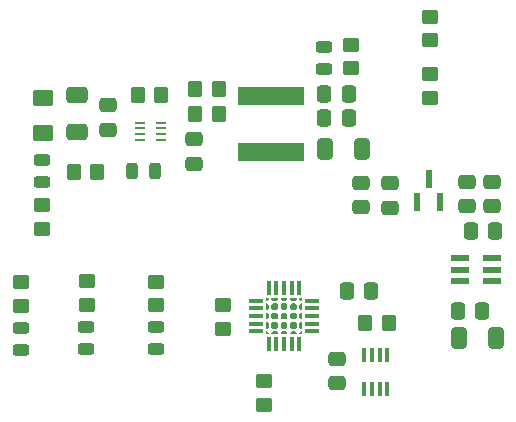
<source format=gbr>
%TF.GenerationSoftware,KiCad,Pcbnew,8.0.3-8.0.3-0~ubuntu24.04.1*%
%TF.CreationDate,2024-07-18T18:47:24-04:00*%
%TF.ProjectId,Power_Supply_Breakout,506f7765-725f-4537-9570-706c795f4272,rev?*%
%TF.SameCoordinates,Original*%
%TF.FileFunction,Paste,Top*%
%TF.FilePolarity,Positive*%
%FSLAX46Y46*%
G04 Gerber Fmt 4.6, Leading zero omitted, Abs format (unit mm)*
G04 Created by KiCad (PCBNEW 8.0.3-8.0.3-0~ubuntu24.04.1) date 2024-07-18 18:47:24*
%MOMM*%
%LPD*%
G01*
G04 APERTURE LIST*
G04 Aperture macros list*
%AMRoundRect*
0 Rectangle with rounded corners*
0 $1 Rounding radius*
0 $2 $3 $4 $5 $6 $7 $8 $9 X,Y pos of 4 corners*
0 Add a 4 corners polygon primitive as box body*
4,1,4,$2,$3,$4,$5,$6,$7,$8,$9,$2,$3,0*
0 Add four circle primitives for the rounded corners*
1,1,$1+$1,$2,$3*
1,1,$1+$1,$4,$5*
1,1,$1+$1,$6,$7*
1,1,$1+$1,$8,$9*
0 Add four rect primitives between the rounded corners*
20,1,$1+$1,$2,$3,$4,$5,0*
20,1,$1+$1,$4,$5,$6,$7,0*
20,1,$1+$1,$6,$7,$8,$9,0*
20,1,$1+$1,$8,$9,$2,$3,0*%
G04 Aperture macros list end*
%ADD10C,0.000000*%
%ADD11RoundRect,0.250000X-0.450000X0.350000X-0.450000X-0.350000X0.450000X-0.350000X0.450000X0.350000X0*%
%ADD12RoundRect,0.250000X-0.475000X0.337500X-0.475000X-0.337500X0.475000X-0.337500X0.475000X0.337500X0*%
%ADD13RoundRect,0.250000X0.475000X-0.337500X0.475000X0.337500X-0.475000X0.337500X-0.475000X-0.337500X0*%
%ADD14RoundRect,0.250000X-0.350000X-0.450000X0.350000X-0.450000X0.350000X0.450000X-0.350000X0.450000X0*%
%ADD15RoundRect,0.243750X-0.456250X0.243750X-0.456250X-0.243750X0.456250X-0.243750X0.456250X0.243750X0*%
%ADD16RoundRect,0.250000X-0.337500X-0.475000X0.337500X-0.475000X0.337500X0.475000X-0.337500X0.475000X0*%
%ADD17RoundRect,0.250000X0.337500X0.475000X-0.337500X0.475000X-0.337500X-0.475000X0.337500X-0.475000X0*%
%ADD18R,5.700000X1.600000*%
%ADD19RoundRect,0.250000X0.450000X-0.350000X0.450000X0.350000X-0.450000X0.350000X-0.450000X-0.350000X0*%
%ADD20RoundRect,0.243750X0.456250X-0.243750X0.456250X0.243750X-0.456250X0.243750X-0.456250X-0.243750X0*%
%ADD21RoundRect,0.243750X0.243750X0.456250X-0.243750X0.456250X-0.243750X-0.456250X0.243750X-0.456250X0*%
%ADD22R,0.330200X1.219200*%
%ADD23R,1.219200X0.330200*%
%ADD24R,0.431800X1.206500*%
%ADD25R,0.609600X1.625600*%
%ADD26R,1.625600X0.558800*%
%ADD27RoundRect,0.250001X-0.624999X0.462499X-0.624999X-0.462499X0.624999X-0.462499X0.624999X0.462499X0*%
%ADD28RoundRect,0.250000X-0.412500X-0.650000X0.412500X-0.650000X0.412500X0.650000X-0.412500X0.650000X0*%
%ADD29RoundRect,0.250000X0.350000X0.450000X-0.350000X0.450000X-0.350000X-0.450000X0.350000X-0.450000X0*%
%ADD30R,0.812800X0.228600*%
%ADD31RoundRect,0.250000X0.650000X-0.412500X0.650000X0.412500X-0.650000X0.412500X-0.650000X-0.412500X0*%
G04 APERTURE END LIST*
D10*
%TO.C,U1*%
G36*
X97418901Y-85352579D02*
G01*
X97277480Y-85494000D01*
X97149331Y-85494000D01*
X97149331Y-85224430D01*
X97418901Y-85224430D01*
X97418901Y-85352579D01*
G37*
G36*
X97418901Y-88197621D02*
G01*
X97418901Y-88325770D01*
X97149331Y-88325770D01*
X97149331Y-88056200D01*
X97277480Y-88056200D01*
X97418901Y-88197621D01*
G37*
G36*
X100250671Y-85494000D02*
G01*
X100122522Y-85494000D01*
X99981101Y-85352579D01*
X99981101Y-85224430D01*
X100250671Y-85224430D01*
X100250671Y-85494000D01*
G37*
G36*
X100250671Y-88325770D02*
G01*
X99981101Y-88325770D01*
X99981101Y-88197621D01*
X100122522Y-88056200D01*
X100250671Y-88056200D01*
X100250671Y-88325770D01*
G37*
G36*
X97418901Y-85835421D02*
G01*
X97418901Y-86139979D01*
X97277480Y-86281400D01*
X97149331Y-86281400D01*
X97149331Y-85694000D01*
X97277480Y-85694000D01*
X97418901Y-85835421D01*
G37*
G36*
X97418901Y-86622821D02*
G01*
X97418901Y-86927379D01*
X97277480Y-87068800D01*
X97149331Y-87068800D01*
X97149331Y-86481400D01*
X97277480Y-86481400D01*
X97418901Y-86622821D01*
G37*
G36*
X97418901Y-87410221D02*
G01*
X97418901Y-87714779D01*
X97277480Y-87856200D01*
X97149331Y-87856200D01*
X97149331Y-87268800D01*
X97277480Y-87268800D01*
X97418901Y-87410221D01*
G37*
G36*
X98206301Y-85352579D02*
G01*
X98064880Y-85494000D01*
X97760322Y-85494000D01*
X97618901Y-85352579D01*
X97618901Y-85224430D01*
X98206301Y-85224430D01*
X98206301Y-85352579D01*
G37*
G36*
X98206301Y-88197621D02*
G01*
X98206301Y-88325770D01*
X97618901Y-88325770D01*
X97618901Y-88197621D01*
X97760322Y-88056200D01*
X98064880Y-88056200D01*
X98206301Y-88197621D01*
G37*
G36*
X98993701Y-85352579D02*
G01*
X98852280Y-85494000D01*
X98547722Y-85494000D01*
X98406301Y-85352579D01*
X98406301Y-85224430D01*
X98993701Y-85224430D01*
X98993701Y-85352579D01*
G37*
G36*
X98993701Y-88197621D02*
G01*
X98993701Y-88325770D01*
X98406301Y-88325770D01*
X98406301Y-88197621D01*
X98547722Y-88056200D01*
X98852280Y-88056200D01*
X98993701Y-88197621D01*
G37*
G36*
X99781101Y-85352579D02*
G01*
X99639680Y-85494000D01*
X99335122Y-85494000D01*
X99193701Y-85352579D01*
X99193701Y-85224430D01*
X99781101Y-85224430D01*
X99781101Y-85352579D01*
G37*
G36*
X99781101Y-88197621D02*
G01*
X99781101Y-88325770D01*
X99193701Y-88325770D01*
X99193701Y-88197621D01*
X99335122Y-88056200D01*
X99639680Y-88056200D01*
X99781101Y-88197621D01*
G37*
G36*
X100250671Y-86281400D02*
G01*
X100122522Y-86281400D01*
X99981101Y-86139979D01*
X99981101Y-85835421D01*
X100122522Y-85694000D01*
X100250671Y-85694000D01*
X100250671Y-86281400D01*
G37*
G36*
X100250671Y-87068800D02*
G01*
X100122522Y-87068800D01*
X99981101Y-86927379D01*
X99981101Y-86622821D01*
X100122522Y-86481400D01*
X100250671Y-86481400D01*
X100250671Y-87068800D01*
G37*
G36*
X100250671Y-87856200D02*
G01*
X100122522Y-87856200D01*
X99981101Y-87714779D01*
X99981101Y-87410221D01*
X100122522Y-87268800D01*
X100250671Y-87268800D01*
X100250671Y-87856200D01*
G37*
G36*
X98206301Y-85835421D02*
G01*
X98206301Y-86139979D01*
X98064880Y-86281400D01*
X97760322Y-86281400D01*
X97618901Y-86139979D01*
X97618901Y-85835421D01*
X97760322Y-85694000D01*
X98064880Y-85694000D01*
X98206301Y-85835421D01*
G37*
G36*
X98206301Y-86622821D02*
G01*
X98206301Y-86927379D01*
X98064880Y-87068800D01*
X97760322Y-87068800D01*
X97618901Y-86927379D01*
X97618901Y-86622821D01*
X97760322Y-86481400D01*
X98064880Y-86481400D01*
X98206301Y-86622821D01*
G37*
G36*
X98206301Y-87410221D02*
G01*
X98206301Y-87714779D01*
X98064880Y-87856200D01*
X97760322Y-87856200D01*
X97618901Y-87714779D01*
X97618901Y-87410221D01*
X97760322Y-87268800D01*
X98064880Y-87268800D01*
X98206301Y-87410221D01*
G37*
G36*
X98993701Y-85835421D02*
G01*
X98993701Y-86139979D01*
X98852280Y-86281400D01*
X98547722Y-86281400D01*
X98406301Y-86139979D01*
X98406301Y-85835421D01*
X98547722Y-85694000D01*
X98852280Y-85694000D01*
X98993701Y-85835421D01*
G37*
G36*
X98993701Y-86622821D02*
G01*
X98993701Y-86927379D01*
X98852280Y-87068800D01*
X98547722Y-87068800D01*
X98406301Y-86927379D01*
X98406301Y-86622821D01*
X98547722Y-86481400D01*
X98852280Y-86481400D01*
X98993701Y-86622821D01*
G37*
G36*
X98993701Y-87410221D02*
G01*
X98993701Y-87714779D01*
X98852280Y-87856200D01*
X98547722Y-87856200D01*
X98406301Y-87714779D01*
X98406301Y-87410221D01*
X98547722Y-87268800D01*
X98852280Y-87268800D01*
X98993701Y-87410221D01*
G37*
G36*
X99781101Y-85835421D02*
G01*
X99781101Y-86139979D01*
X99639680Y-86281400D01*
X99335122Y-86281400D01*
X99193701Y-86139979D01*
X99193701Y-85835421D01*
X99335122Y-85694000D01*
X99639680Y-85694000D01*
X99781101Y-85835421D01*
G37*
G36*
X99781101Y-86622821D02*
G01*
X99781101Y-86927379D01*
X99639680Y-87068800D01*
X99335122Y-87068800D01*
X99193701Y-86927379D01*
X99193701Y-86622821D01*
X99335122Y-86481400D01*
X99639680Y-86481400D01*
X99781101Y-86622821D01*
G37*
G36*
X99781101Y-87410221D02*
G01*
X99781101Y-87714779D01*
X99639680Y-87856200D01*
X99335122Y-87856200D01*
X99193701Y-87714779D01*
X99193701Y-87410221D01*
X99335122Y-87268800D01*
X99639680Y-87268800D01*
X99781101Y-87410221D01*
G37*
%TD*%
D11*
%TO.C,R10*%
X97000000Y-92300000D03*
X97000000Y-94300000D03*
%TD*%
D12*
%TO.C,C4*%
X91050000Y-71812500D03*
X91050000Y-73887500D03*
%TD*%
D13*
%TO.C,C9*%
X105250000Y-77575000D03*
X105250000Y-75500000D03*
%TD*%
D14*
%TO.C,R4*%
X86300000Y-68100000D03*
X88300000Y-68100000D03*
%TD*%
D11*
%TO.C,R7*%
X78250000Y-77400000D03*
X78250000Y-79400000D03*
%TD*%
%TO.C,R1*%
X104400000Y-63800000D03*
X104400000Y-65800000D03*
%TD*%
D15*
%TO.C,D1*%
X102050000Y-64000000D03*
X102050000Y-65875000D03*
%TD*%
D16*
%TO.C,C5*%
X102112500Y-70050000D03*
X104187500Y-70050000D03*
%TD*%
D13*
%TO.C,C7*%
X114200000Y-77475000D03*
X114200000Y-75400000D03*
%TD*%
%TO.C,C3*%
X83800000Y-70987500D03*
X83800000Y-68912500D03*
%TD*%
D17*
%TO.C,C11*%
X116587500Y-79550000D03*
X114512500Y-79550000D03*
%TD*%
D18*
%TO.C,L1*%
X97600000Y-72862500D03*
X97600000Y-68162500D03*
%TD*%
D13*
%TO.C,C8*%
X116300000Y-77475000D03*
X116300000Y-75400000D03*
%TD*%
D19*
%TO.C,R6*%
X111100000Y-68300000D03*
X111100000Y-66300000D03*
%TD*%
D20*
%TO.C,D4*%
X87900000Y-89600000D03*
X87900000Y-87725000D03*
%TD*%
D11*
%TO.C,R13*%
X82005000Y-83842500D03*
X82005000Y-85842500D03*
%TD*%
D21*
%TO.C,D3*%
X87737500Y-74500000D03*
X85862500Y-74500000D03*
%TD*%
D22*
%TO.C,U1*%
X100000001Y-84400200D03*
X99350000Y-84400200D03*
X98700001Y-84400200D03*
X98050002Y-84400200D03*
X97400001Y-84400200D03*
D23*
X96325101Y-85475100D03*
X96325101Y-86125101D03*
X96325101Y-86775100D03*
X96325101Y-87425099D03*
X96325101Y-88075100D03*
D22*
X97400001Y-89150000D03*
X98050002Y-89150000D03*
X98700001Y-89150000D03*
X99350000Y-89150000D03*
X100000001Y-89150000D03*
D23*
X101074901Y-88075100D03*
X101074901Y-87425099D03*
X101074901Y-86775100D03*
X101074901Y-86125101D03*
X101074901Y-85475100D03*
%TD*%
D11*
%TO.C,R14*%
X76395000Y-83905000D03*
X76395000Y-85905000D03*
%TD*%
D20*
%TO.C,D5*%
X81900000Y-89600000D03*
X81900000Y-87725000D03*
%TD*%
D24*
%TO.C,U4*%
X107449987Y-90075100D03*
X106800001Y-90075100D03*
X106150015Y-90075100D03*
X105500029Y-90075100D03*
X105500029Y-92932600D03*
X106150015Y-92932600D03*
X106800001Y-92932600D03*
X107449987Y-92932600D03*
%TD*%
D11*
%TO.C,R5*%
X111100000Y-61450000D03*
X111100000Y-63450000D03*
%TD*%
D12*
%TO.C,C13*%
X103200001Y-90387600D03*
X103200001Y-92462600D03*
%TD*%
D25*
%TO.C,U2*%
X109999998Y-77137500D03*
X111900000Y-77137500D03*
X110949999Y-75137250D03*
%TD*%
D16*
%TO.C,C6*%
X113412500Y-86350000D03*
X115487500Y-86350000D03*
%TD*%
D20*
%TO.C,D6*%
X76450000Y-89650000D03*
X76450000Y-87775000D03*
%TD*%
D26*
%TO.C,U3*%
X113600000Y-81900000D03*
X113600000Y-82850001D03*
X113600000Y-83800002D03*
X116292400Y-83800002D03*
X116292400Y-82850001D03*
X116292400Y-81900000D03*
%TD*%
D16*
%TO.C,C12*%
X104025000Y-84650000D03*
X106100000Y-84650000D03*
%TD*%
D14*
%TO.C,R8*%
X80900000Y-74550000D03*
X82900000Y-74550000D03*
%TD*%
D27*
%TO.C,F1*%
X78300000Y-68312500D03*
X78300000Y-71287500D03*
%TD*%
D28*
%TO.C,C16*%
X113537500Y-88650000D03*
X116662500Y-88650000D03*
%TD*%
D29*
%TO.C,R2*%
X93200000Y-67600000D03*
X91200000Y-67600000D03*
%TD*%
D11*
%TO.C,R11*%
X87900000Y-83862500D03*
X87900000Y-85862500D03*
%TD*%
D13*
%TO.C,C10*%
X107650000Y-77625000D03*
X107650000Y-75550000D03*
%TD*%
D14*
%TO.C,R12*%
X105575008Y-87403850D03*
X107575008Y-87403850D03*
%TD*%
D28*
%TO.C,C14*%
X102187500Y-72600000D03*
X105312500Y-72600000D03*
%TD*%
D16*
%TO.C,C2*%
X102112500Y-67950000D03*
X104187500Y-67950000D03*
%TD*%
D30*
%TO.C,U5*%
X86548200Y-70399622D03*
X86548200Y-70899748D03*
X86548200Y-71399874D03*
X86548200Y-71900000D03*
X88250000Y-71900000D03*
X88250000Y-71399874D03*
X88250000Y-70899748D03*
X88250000Y-70399622D03*
%TD*%
D29*
%TO.C,R3*%
X93200000Y-69700000D03*
X91200000Y-69700000D03*
%TD*%
D20*
%TO.C,D2*%
X78250000Y-75450000D03*
X78250000Y-73575000D03*
%TD*%
D11*
%TO.C,R9*%
X93550001Y-85875100D03*
X93550001Y-87875100D03*
%TD*%
D31*
%TO.C,C15*%
X81150000Y-71162500D03*
X81150000Y-68037500D03*
%TD*%
M02*

</source>
